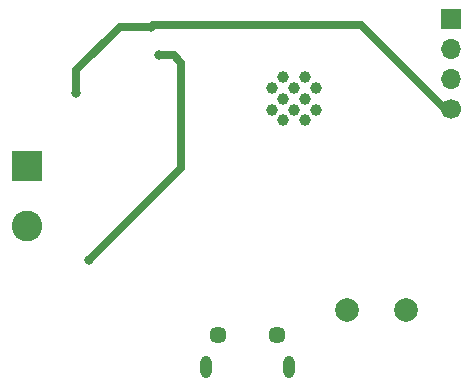
<source format=gbl>
G04 #@! TF.GenerationSoftware,KiCad,Pcbnew,(5.1.9)-1*
G04 #@! TF.CreationDate,2021-04-12T15:06:02+02:00*
G04 #@! TF.ProjectId,eerste_versie,65657273-7465-45f7-9665-727369652e6b,rev?*
G04 #@! TF.SameCoordinates,Original*
G04 #@! TF.FileFunction,Copper,L2,Bot*
G04 #@! TF.FilePolarity,Positive*
%FSLAX46Y46*%
G04 Gerber Fmt 4.6, Leading zero omitted, Abs format (unit mm)*
G04 Created by KiCad (PCBNEW (5.1.9)-1) date 2021-04-12 15:06:02*
%MOMM*%
%LPD*%
G01*
G04 APERTURE LIST*
G04 #@! TA.AperFunction,ComponentPad*
%ADD10R,2.600000X2.600000*%
G04 #@! TD*
G04 #@! TA.AperFunction,ComponentPad*
%ADD11C,2.600000*%
G04 #@! TD*
G04 #@! TA.AperFunction,ComponentPad*
%ADD12R,1.700000X1.700000*%
G04 #@! TD*
G04 #@! TA.AperFunction,ComponentPad*
%ADD13O,1.700000X1.700000*%
G04 #@! TD*
G04 #@! TA.AperFunction,ComponentPad*
%ADD14C,1.700000*%
G04 #@! TD*
G04 #@! TA.AperFunction,ComponentPad*
%ADD15C,1.450000*%
G04 #@! TD*
G04 #@! TA.AperFunction,ComponentPad*
%ADD16O,0.950000X1.900000*%
G04 #@! TD*
G04 #@! TA.AperFunction,ComponentPad*
%ADD17C,2.000000*%
G04 #@! TD*
G04 #@! TA.AperFunction,ComponentPad*
%ADD18C,1.000000*%
G04 #@! TD*
G04 #@! TA.AperFunction,ViaPad*
%ADD19C,0.800000*%
G04 #@! TD*
G04 #@! TA.AperFunction,Conductor*
%ADD20C,0.635000*%
G04 #@! TD*
G04 APERTURE END LIST*
D10*
X116459000Y-119888000D03*
D11*
X116459000Y-124968000D03*
D12*
X152400000Y-107410000D03*
D13*
X152400000Y-109950000D03*
X152400000Y-112490000D03*
D14*
X152400000Y-115030000D03*
D15*
X137653400Y-134155200D03*
X132653400Y-134155200D03*
D16*
X138653400Y-136855200D03*
X131653400Y-136855200D03*
D17*
X148550000Y-132080000D03*
X143550000Y-132080000D03*
D18*
X139090000Y-113262500D03*
X137255000Y-113262500D03*
X140925000Y-113262500D03*
X137255000Y-115097500D03*
X139090000Y-115097500D03*
X140925000Y-115097500D03*
X138172500Y-114180000D03*
X140007500Y-114180000D03*
X138172500Y-112345000D03*
X140007500Y-112345000D03*
X138172500Y-116015000D03*
X140007500Y-116015000D03*
D19*
X120650000Y-113665000D03*
X127000000Y-108077000D03*
X127635000Y-110490000D03*
X121745000Y-127810000D03*
D20*
X151860000Y-115030000D02*
X151130000Y-114300000D01*
X152400000Y-115030000D02*
X151860000Y-115030000D01*
X151130000Y-114300000D02*
X144780000Y-107950000D01*
X151765000Y-114935000D02*
X151130000Y-114300000D01*
X120650000Y-113665000D02*
X120650000Y-111760000D01*
X124333000Y-108077000D02*
X120650000Y-111760000D01*
X127000000Y-108077000D02*
X124333000Y-108077000D01*
X127127000Y-107950000D02*
X127000000Y-108077000D01*
X144780000Y-107950000D02*
X127127000Y-107950000D01*
X129540000Y-120015000D02*
X127317500Y-122237500D01*
X129540000Y-111125000D02*
X129540000Y-120015000D01*
X128905000Y-110490000D02*
X129540000Y-111125000D01*
X127635000Y-110490000D02*
X128905000Y-110490000D01*
X127317500Y-122237500D02*
X121920000Y-127635000D01*
X127635000Y-121920000D02*
X127317500Y-122237500D01*
M02*

</source>
